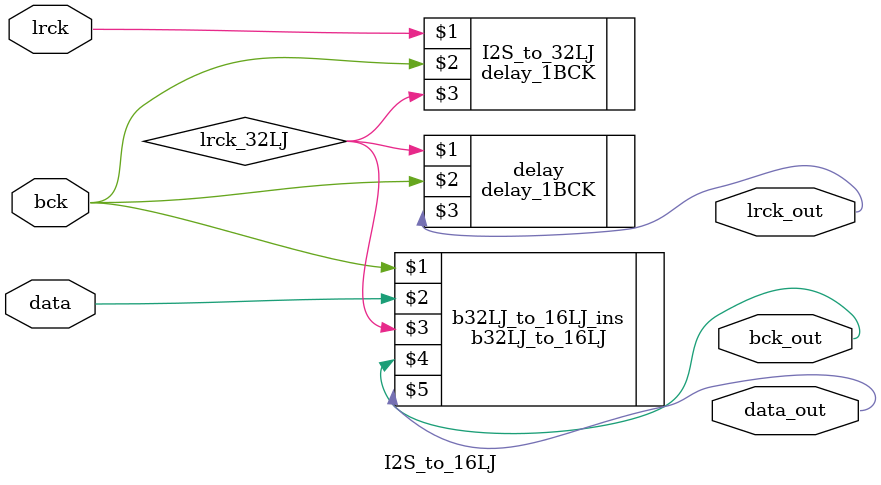
<source format=v>
module I2S_to_16LJ(bck, data, lrck, bck_out, data_out, lrck_out);

	input bck;
	input data;
	input lrck;
	output bck_out;
	output data_out;
	output lrck_out;

	//LRCK を 元々のBCK2周期分遅らせる
	wire lrck_32LJ;
	delay_1BCK I2S_to_32LJ (lrck, bck, lrck_32LJ);
	
	//BCK及びDATAの乗せ換え
	b32LJ_to_16LJ b32LJ_to_16LJ_ins(bck, data, lrck_32LJ, bck_out, data_out);

	delay_1BCK delay (lrck_32LJ, bck, lrck_out);

endmodule

</source>
